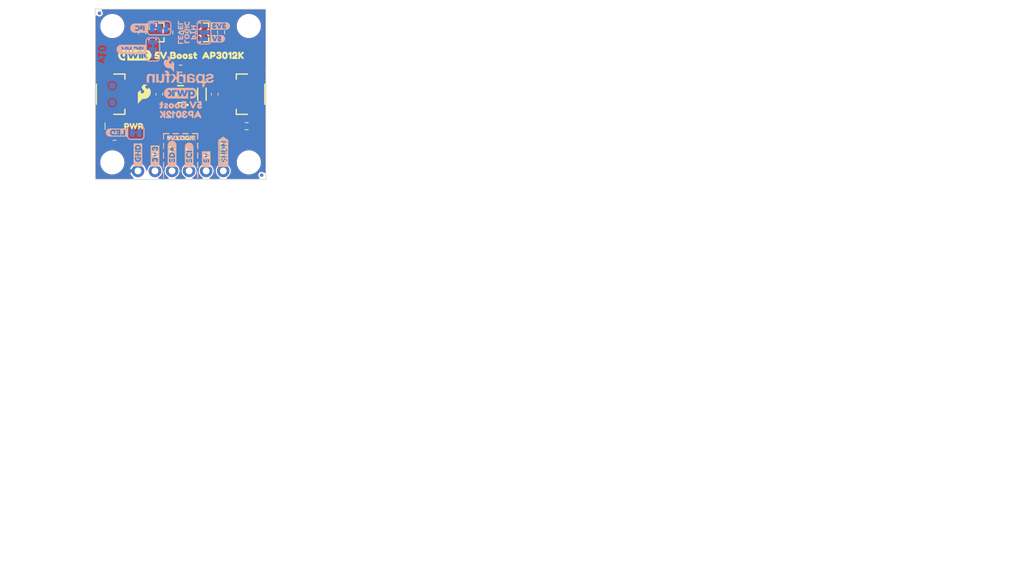
<source format=kicad_pcb>
(kicad_pcb (version 20241229) (generator "pcbnew") (generator_version "9.0")
  (title_block (title "SparkFun Qwiic 5V Boost - AP3012K") (date "2025-02-27") (rev "v10") (company "SparkFun Electronics") (comment 1 "SparkX Qwiic Boost by N. Seidle") (comment 2 "Based off the Indoor Air Quality Combo and the") (comment 3 "Designed by: P. Lewis"))
  (layers (0 "F.Cu" signal) (2 "B.Cu" signal) (13 "F.Paste" user) (15 "B.Paste" user) (5 "F.SilkS" user "F.Silkscreen") (7 "B.SilkS" user "B.Silkscreen") (1 "F.Mask" user) (3 "B.Mask" user) (25 "Edge.Cuts" user))
  (net 0 "")
  (net 1 "3.3V")
  (net 2 "GND")
  (net 3 "5V")
  (net 4 "Net-(D1-A)")
  (net 5 "SDA")
  (net 6 "SCL")
  (net 11 "Net-(JP1-A)")
  (net 12 "Net-(JP2-A)")
  (net 13 "~{SHDN}")
  (net 14 "Net-(JP2-C)")
  (net 15 "HV_SCL")
  (net 16 "HV_SDA")
  (net 17 "VCC")
  (net 18 "Net-(U5-FB)")
  (net 19 "Net-(JP4-C)")
  (net 20 "Net-(JP4-A)")
  (net 21 "Net-(D2-A)")
  (footprint "SparkFun-Semiconductor-Standard:SOT23-5" (layer "F.Cu") (at 135.966 98.106 180)
    (property "Reference" "U5")
    (property "Value" "AP3012")
    (pad "1" smd rect (at -1.3001 -0.95 90) (size 0.55 1.2) (layers "F.Cu" "F.Mask" "F.Paste") (net 21 "Net-(D2-A)"))
    (pad "2" smd rect (at -1.3001 0 90) (size 0.55 1.2) (layers "F.Cu" "F.Mask" "F.Paste") (net 2 "GND"))
    (pad "3" smd rect (at -1.3001 0.95 90) (size 0.55 1.2) (layers "F.Cu" "F.Mask" "F.Paste") (net 18 "Net-(U5-FB)"))
    (pad "4" smd rect (at 1.3001 0.95 90) (size 0.55 1.2) (layers "F.Cu" "F.Mask" "F.Paste") (net 13 "~{SHDN}"))
    (pad "5" smd rect (at 1.3001 -0.95 90) (size 0.55 1.2) (layers "F.Cu" "F.Mask" "F.Paste") (net 1 "3.3V"))
  )
  (footprint "SparkFun-LED:LED_0603_1608Metric_Red" (layer "F.Cu") (at 126.1235 102.8685)
    (property "Reference" "D1")
    (property "Value" "Red")
    (pad "1" smd roundrect (at -0.7875 0) (size 0.875 0.95) (layers "F.Cu" "F.Mask" "F.Paste") (net 2 "GND"))
    (pad "2" smd roundrect (at 0.7875 0) (size 0.875 0.95) (layers "F.Cu" "F.Mask" "F.Paste") (net 4 "Net-(D1-A)"))
  )
  (footprint "SparkFun-Aesthetic:Fiducial_0.5mm_Mask1mm" (layer "F.Cu") (at 123.901 86.041)
    (property "Reference" "FID3")
    (property "Value" "Fiducial_0.5mm")
    (pad "" smd circle (at 0 0) (size 0.5 0.5) (layers "F.Cu" "F.Mask") (clearance 0.25))
  )
  (footprint "kibuzzard-67BF7CAB" (layer "F.Cu") (at 132.156 107.3135 90)
    (property "Reference" "kibuzzard-67BF7CAB" (hide yes))
    (property "Value" "G***" (hide yes))
  )
  (footprint "SparkFun-Connector:1x06" (layer "F.Cu") (at 129.616 109.536)
    (property "Reference" "J3")
    (property "Value" "Conn_01x06")
    (pad "1" thru_hole circle (at 0 0 90) (size 1.8796 1.8796) (drill 1.016) (layers "*.Cu" "*.Mask") (net 2 "GND") (thermal_bridge_width 0.5))
    (pad "2" thru_hole circle (at 2.54 0 90) (size 1.8796 1.8796) (drill 1.016) (layers "*.Cu" "*.Mask") (net 1 "3.3V") (thermal_bridge_width 0.4) (thermal_gap 0.08))
    (pad "3" thru_hole circle (at 5.08 0 90) (size 1.8796 1.8796) (drill 1.016) (layers "*.Cu" "*.Mask") (net 16 "HV_SDA"))
    (pad "4" thru_hole circle (at 7.62 0 90) (size 1.8796 1.8796) (drill 1.016) (layers "*.Cu" "*.Mask") (net 15 "HV_SCL"))
    (pad "5" thru_hole circle (at 10.16 0 90) (size 1.8796 1.8796) (drill 1.016) (layers "*.Cu" "*.Mask") (net 3 "5V") (thermal_bridge_width 0.4) (thermal_gap 0.08))
    (pad "6" thru_hole circle (at 12.7 0 90) (size 1.8796 1.8796) (drill 1.016) (layers "*.Cu" "*.Mask") (net 13 "~{SHDN}"))
  )
  (footprint "kibuzzard-67A51507" (layer "F.Cu") (at 135.270114 92.321345)
    (property "Reference" "kibuzzard-67A51507" (hide yes))
    (property "Value" "G***" (hide yes))
  )
  (footprint "SparkFun-Aesthetic:qwiic_5mm" (layer "F.Cu") (at 129.156114 92.292213)
    (property "Reference" "G***" (hide yes))
    (property "Value" "LOGO" (hide yes))
  )
  (footprint "SparkFun-Connector:JST_SMD_1.0mm-4_RA" (layer "F.Cu") (at 143.9035 98.106 90)
    (property "Reference" "J1")
    (property "Value" "Qwiic_RA")
    (pad "1" smd rect (at -1.5 0 90) (size 0.6 1.35) (layers "F.Cu" "F.Mask" "F.Paste") (net 2 "GND"))
    (pad "2" smd rect (at -0.5 0 90) (size 0.6 1.35) (layers "F.Cu" "F.Mask" "F.Paste") (net 1 "3.3V"))
    (pad "3" smd rect (at 0.5 0 90) (size 0.6 1.35) (layers "F.Cu" "F.Mask" "F.Paste") (net 5 "SDA"))
    (pad "4" smd rect (at 1.5 0 90) (size 0.6 1.35) (layers "F.Cu" "F.Mask" "F.Paste") (net 6 "SCL"))
    (pad "NC1" smd rect (at 2.8 3.675 90) (size 1.2 2) (layers "F.Cu" "F.Mask" "F.Paste"))
    (pad "NC2" smd rect (at -2.8 3.675 90) (size 1.2 2) (layers "F.Cu" "F.Mask" "F.Paste"))
  )
  (footprint "kibuzzard-67BF7D12" (layer "F.Cu") (at 137.236 107.15475 90)
    (property "Reference" "kibuzzard-67BF7D12" (hide yes))
    (property "Value" "G***" (hide yes))
  )
  (footprint "SparkFun-Hardware:Standoff" (layer "F.Cu") (at 146.126 108.266)
    (property "Reference" "ST3")
    (property "Value" "Standoff")
    (pad "" np_thru_hole circle (at 0 0) (size 3.1 3.1) (drill 3.1) (layers "*.Cu" "*.Mask"))
  )
  (footprint "SparkFun-Capacitor:C_0603_1608Metric" (layer "F.Cu") (at 132.791 98.106 90)
    (property "Reference" "C1")
    (property "Value" "1.0uF")
    (pad "1" smd roundrect (at -0.775 0 90) (size 0.9 0.95) (layers "F.Cu" "F.Mask" "F.Paste") (net 1 "3.3V"))
    (pad "2" smd roundrect (at 0.775 0 90) (size 0.9 0.95) (layers "F.Cu" "F.Mask" "F.Paste") (net 2 "GND"))
  )
  (footprint "SparkFun-Aesthetic:Fiducial_0.5mm_Mask1mm" (layer "F.Cu") (at 148.031 110.171)
    (property "Reference" "FID4")
    (property "Value" "Fiducial_0.5mm")
    (pad "" smd circle (at 0 0) (size 0.5 0.5) (layers "F.Cu" "F.Mask") (clearance 0.25))
  )
  (footprint "SparkFun-Resistor:R_0603_1608Metric" (layer "F.Cu") (at 145.8085 102.8685 180)
    (property "Reference" "R6")
    (property "Value" "100k")
    (pad "1" smd roundrect (at -0.825 0 180) (size 0.8 0.95) (layers "F.Cu" "F.Mask" "F.Paste") (net 13 "~{SHDN}"))
    (pad "2" smd roundrect (at 0.825 0 180) (size 0.8 0.95) (layers "F.Cu" "F.Mask" "F.Paste") (net 1 "3.3V"))
  )
  (footprint "SparkFun-Connector:JST_SMD_1.0mm-4_RA" (layer "F.Cu") (at 128.0285 98.106 -90)
    (property "Reference" "J2")
    (property "Value" "Qwiic_RA")
    (pad "1" smd rect (at -1.5 0 270) (size 0.6 1.35) (layers "F.Cu" "F.Mask" "F.Paste") (net 2 "GND"))
    (pad "2" smd rect (at -0.5 0 270) (size 0.6 1.35) (layers "F.Cu" "F.Mask" "F.Paste") (net 1 "3.3V"))
    (pad "3" smd rect (at 0.5 0 270) (size 0.6 1.35) (layers "F.Cu" "F.Mask" "F.Paste") (net 5 "SDA"))
    (pad "4" smd rect (at 1.5 0 270) (size 0.6 1.35) (layers "F.Cu" "F.Mask" "F.Paste") (net 6 "SCL"))
    (pad "NC1" smd rect (at 2.8 3.675 270) (size 1.2 2) (layers "F.Cu" "F.Mask" "F.Paste"))
    (pad "NC2" smd rect (at -2.8 3.675 270) (size 1.2 2) (layers "F.Cu" "F.Mask" "F.Paste"))
  )
  (footprint "kibuzzard-67BF7D85" (layer "F.Cu") (at 142.316 106.6785 90)
    (property "Reference" "kibuzzard-67BF7D85" (hide yes))
    (property "Value" "G***" (hide yes))
  )
  (footprint "SparkFun-Semiconductor-Standard:SOT23-3" (layer "F.Cu") (at 139.4585 88.8985)
    (property "Reference" "Q1")
    (property "Value" "BSS138")
    (pad "1" smd rect (at -1 -0.95 270) (size 0.8 0.9) (layers "F.Cu" "F.Mask" "F.Paste") (net 1 "3.3V"))
    (pad "2" smd rect (at -1 0.95 270) (size 0.8 0.9) (layers "F.Cu" "F.Mask" "F.Paste") (net 6 "SCL"))
    (pad "3" smd rect (at 1.1 0 270) (size 0.8 0.9) (layers "F.Cu" "F.Mask" "F.Paste") (net 15 "HV_SCL"))
  )
  (footprint "SparkFun-Resistor:R_0603_1608Metric" (layer "F.Cu") (at 136.9185 88.8985 -90)
    (property "Reference" "R5")
    (property "Value" "2.2k")
    (pad "1" smd roundrect (at -0.825 0 270) (size 0.8 0.95) (layers "F.Cu" "F.Mask" "F.Paste") (net 12 "Net-(JP2-A)"))
    (pad "2" smd roundrect (at 0.825 0 270) (size 0.8 0.95) (layers "F.Cu" "F.Mask" "F.Paste") (net 6 "SCL"))
  )
  (footprint "SparkFun-Resistor:R_0603_1608Metric" (layer "F.Cu") (at 135.966 95.8835 180)
    (property "Reference" "R2")
    (property "Value" "33k")
    (pad "1" smd roundrect (at -0.825 0 180) (size 0.8 0.95) (layers "F.Cu" "F.Mask" "F.Paste") (net 18 "Net-(U5-FB)"))
    (pad "2" smd roundrect (at 0.825 0 180) (size 0.8 0.95) (layers "F.Cu" "F.Mask" "F.Paste") (net 2 "GND"))
  )
  (footprint "kibuzzard-67BF7C99" (layer "F.Cu") (at 129.616 107.15475 90)
    (property "Reference" "kibuzzard-67BF7C99" (hide yes))
    (property "Value" "G***" (hide yes))
  )
  (footprint "kibuzzard-67BF5EEE" (layer "F.Cu") (at 134.53725 104.61475)
    (property "Reference" "kibuzzard-67BF5EEE" (hide yes))
    (property "Value" "G***" (hide yes))
  )
  (footprint "kibuzzard-65A8A8B4" (layer "F.Cu") (at 128.981 102.8685)
    (property "Reference" "kibuzzard-65A8A8B4" (hide yes))
    (property "Value" "G***" (hide yes))
  )
  (footprint "SparkFun-Resistor:R_0603_1608Metric" (layer "F.Cu") (at 126.1235 104.456)
    (property "Reference" "R3")
    (property "Value" "4.7k")
    (pad "1" smd roundrect (at -0.825 0) (size 0.8 0.95) (layers "F.Cu" "F.Mask" "F.Paste") (net 4 "Net-(D1-A)"))
    (pad "2" smd roundrect (at 0.825 0) (size 0.8 0.95) (layers "F.Cu" "F.Mask" "F.Paste") (net 11 "Net-(JP1-A)"))
  )
  (footprint "SparkFun-Resistor:R_0603_1608Metric" (layer "F.Cu") (at 130.251 88.8985 90)
    (property "Reference" "R4")
    (property "Value" "2.2k")
    (pad "1" smd roundrect (at -0.825 0 90) (size 0.8 0.95) (layers "F.Cu" "F.Mask" "F.Paste") (net 5 "SDA"))
    (pad "2" smd roundrect (at 0.825 0 90) (size 0.8 0.95) (layers "F.Cu" "F.Mask" "F.Paste") (net 14 "Net-(JP2-C)"))
  )
  (footprint "SparkFun-Aesthetic:SparkFun_Flame_3mm" (layer "F.Cu") (at 130.5685 98.106)
    (property "Reference" "G***" (hide yes))
    (property "Value" "Flame" (hide yes))
  )
  (footprint "SparkFun-Capacitor:C_0805_2012Metric" (layer "F.Cu") (at 135.966 100.646)
    (property "Reference" "L1")
    (property "Value" "10uH")
    (pad "1" smd roundrect (at -0.95 0) (size 1 1.45) (layers "F.Cu" "F.Mask" "F.Paste") (net 1 "3.3V"))
    (pad "2" smd roundrect (at 0.95 0) (size 1 1.45) (layers "F.Cu" "F.Mask" "F.Paste") (net 21 "Net-(D2-A)"))
  )
  (footprint "kibuzzard-67BF7CFE" (layer "F.Cu") (at 134.696 106.996 90)
    (property "Reference" "kibuzzard-67BF7CFE" (hide yes))
    (property "Value" "G***" (hide yes))
  )
  (footprint "SparkFun-Resistor:R_0603_1608Metric" (layer "F.Cu") (at 135.966 94.296)
    (property "Reference" "R1")
    (property "Value" "100k")
    (pad "1" smd roundrect (at -0.825 0) (size 0.8 0.95) (layers "F.Cu" "F.Mask" "F.Paste") (net 18 "Net-(U5-FB)"))
    (pad "2" smd roundrect (at 0.825 0) (size 0.8 0.95) (layers "F.Cu" "F.Mask" "F.Paste") (net 3 "5V"))
  )
  (footprint "SparkFun-Aesthetic:Creative_Commons_License" (layer "F.Cu") (at 214.63 168.91)
    (property "Reference" "G4" (hide yes))
    (property "Value" "OSHW_Logo" (hide yes))
  )
  (footprint "SparkFun-Hardware:Standoff" (layer "F.Cu") (at 146.126 87.946)
    (property "Reference" "ST2")
    (property "Value" "Standoff")
    (pad "" np_thru_hole circle (at 0 0) (size 3.1 3.1) (drill 3.1) (layers "*.Cu" "*.Mask"))
  )
  (footprint "kibuzzard-67BF7D5E" (layer "F.Cu") (at 139.776 107.78975 90)
    (property "Reference" "kibuzzard-67BF7D5E" (hide yes))
    (property "Value" "G***" (hide yes))
  )
  (footprint "SparkFun-Hardware:Standoff" (layer "F.Cu") (at 125.806 87.946)
    (property "Reference" "ST1")
    (property "Value" "Standoff")
    (pad "" np_thru_hole circle (at 0 0) (size 3.1 3.1) (drill 3.1) (layers "*.Cu" "*.Mask"))
  )
  (footprint "SparkFun-Resistor:R_0603_1608Metric" (layer "F.Cu") (at 141.9985 88.8985 90)
    (property "Reference" "R8")
    (property "Value" "2.2k")
    (pad "1" smd roundrect (at -0.825 0 90) (size 0.8 0.95) (layers "F.Cu" "F.Mask" "F.Paste") (net 19 "Net-(JP4-C)"))
    (pad "2" smd roundrect (at 0.825 0 90) (size 0.8 0.95) (layers "F.Cu" "F.Mask" "F.Paste") (net 15 "HV_SCL"))
  )
  (footprint "SparkFun-Semiconductor-Standard:SOD-323" (layer "F.Cu") (at 139.141 98.106 -90)
    (property "Reference" "D2")
    (property "Value" "PMEG4005EJ")
    (pad "1" smd rect (at -1.15 0 270) (size 0.63 0.83) (layers "F.Cu" "F.Mask" "F.Paste") (net 3 "5V"))
    (pad "2" smd rect (at 1.15 0 270) (size 0.63 0.83) (layers "F.Cu" "F.Mask" "F.Paste") (net 21 "Net-(D2-A)"))
  )
  (footprint "SparkFun-Resistor:R_0603_1608Metric" (layer "F.Cu") (at 135.331 88.8985 90)
    (property "Reference" "R7")
    (property "Value" "2.2k")
    (pad "1" smd roundrect (at -0.825 0 90) (size 0.8 0.95) (layers "F.Cu" "F.Mask" "F.Paste") (net 20 "Net-(JP4-A)"))
    (pad "2" smd roundrect (at 0.825 0 90) (size 0.8 0.95) (layers "F.Cu" "F.Mask" "F.Paste") (net 16 "HV_SDA"))
  )
  (footprint "kibuzzard-67BF5EF7" (layer "F.Cu") (at 136.75975 104.61475)
    (property "Reference" "kibuzzard-67BF5EF7" (hide yes))
    (property "Value" "G***" (hide yes))
  )
  (footprint "SparkFun-Capacitor:C_0603_1608Metric" (layer "F.Cu") (at 141.046 98.106 -90)
    (property "Reference" "C2")
    (property "Value" "1.0uF")
    (pad "1" smd roundrect (at -0.775 0 270) (size 0.9 0.95) (layers "F.Cu" "F.Mask" "F.Paste") (net 3 "5V"))
    (pad "2" smd roundrect (at 0.775 0 270) (size 0.9 0.95) (layers "F.Cu" "F.Mask" "F.Paste") (net 2 "GND"))
  )
  (footprint "SparkFun-Semiconductor-Standard:SOT23-3" (layer "F.Cu") (at 132.791 88.8985)
    (property "Reference" "Q2")
    (property "Value" "BSS138")
    (pad "1" smd rect (at -1 -0.95 270) (size 0.8 0.9) (layers "F.Cu" "F.Mask" "F.Paste") (net 1 "3.3V"))
    (pad "2" smd rect (at -1 0.95 270) (size 0.8 0.9) (layers "F.Cu" "F.Mask" "F.Paste") (net 5 "SDA"))
    (pad "3" smd rect (at 1.1 0 270) (size 0.8 0.9) (layers "F.Cu" "F.Mask" "F.Paste") (net 16 "HV_SDA"))
  )
  (footprint "kibuzzard-67A51CFE" (layer "F.Cu") (at 142.278 92.321)
    (property "Reference" "kibuzzard-67A51CFE" (hide yes))
    (property "Value" "G***" (hide yes))
  )
  (footprint "SparkFun-Hardware:Standoff" (layer "F.Cu") (at 125.806 108.266)
    (property "Reference" "ST4")
    (property "Value" "Standoff")
    (pad "" np_thru_hole circle (at 0 0) (size 3.1 3.1) (drill 3.1) (layers "*.Cu" "*.Mask"))
  )
  (footprint "kibuzzard-67BF5EF7" (layer "B.Cu") (at 135.331 104.61475 180)
    (property "Reference" "kibuzzard-67BF5EF7" (hide yes))
    (property "Value" "G***" (hide yes))
  )
  (footprint "kibuzzard-67A51CFE" (layer "B.Cu") (at 135.966 101.12225 180)
    (property "Reference" "kibuzzard-67A51CFE" (hide yes))
    (property "Value" "G***" (hide yes))
  )
  (footprint "SparkFun-Connector:TestPoint-1.0mm" (layer "B.Cu") (at 125.806 99.376 180)
    (property "Reference" "TP2")
    (property "Value" "1.0mm")
    (pad "1" smd roundrect (at 0 0 180) (size 1.016 1.016) (layers "B.Cu" "B.Mask") (roundrect_rratio 0.5) (net 6 "SCL"))
  )
  (footprint "SparkFun-Jumper:Jumper_3_NC-2_Trace" (layer "B.Cu") (at 132.791 88.2635 180)
    (property "Reference" "JP2")
    (property "Value" "I2C")
    (fp_poly (pts (xy 0.262 0.173) (xy 0.762 0.173) (xy 0.762 -0.127) (xy 0.262 -0.127)) (fill yes) (layer "B.Cu"))
    (fp_poly (pts (xy -0.7707 0.15) (xy -0.2707 0.15) (xy -0.2707 -0.15) (xy -0.7707 -0.15)) (fill yes) (layer "B.Cu"))
    (pad "1" smd rect (at -1.0414 0 180) (size 0.6604 1.27) (layers "B.Cu" "B.Mask") (net 12 "Net-(JP2-A)"))
    (pad "2" smd rect (at 0 0 180) (size 0.6604 1.27) (layers "B.Cu" "B.Mask") (net 1 "3.3V"))
    (pad "3" smd rect (at 1.0414 0) (size 0.6604 1.27) (layers "B.Cu" "B.Mask") (net 14 "Net-(JP2-C)"))
  )
  (footprint "kibuzzard-67D9D9A8" (layer "B.Cu") (at 141.904 87.946 180)
    (property "Reference" "kibuzzard-67D9D9A8" (hide yes))
    (property "Value" "G***" (hide yes))
  )
  (footprint "kibuzzard-67BF7ED9" (layer "B.Cu") (at 132.156 107.3135 90)
    (property "Reference" "kibuzzard-67BF7ED9" (hide yes))
    (property "Value" "G***" (hide yes))
  )
  (footprint "kibuzzard-67AB7F1B" (layer "B.Cu") (at 137.871 88.8985 90)
    (property "Reference" "kibuzzard-67AB7F1B" (hide yes))
    (property "Value" "G***" (hide yes))
  )
  (footprint "SparkFun-Jumper:Jumper_2_NC_Trace" (layer "B.Cu") (at 129.2985 103.821)
    (property "Reference" "JP1")
    (property "Value" "LED")
    (fp_poly (pts (xy -0.25 0.15) (xy 0.25 0.15) (xy 0.25 -0.15) (xy -0.25 -0.15)) (fill yes) (layer "B.Cu"))
    (pad "1" smd rect (at -0.5207 0) (size 0.6604 1.27) (layers "B.Cu" "B.Mask") (net 11 "Net-(JP1-A)"))
    (pad "2" smd rect (at 0.5207 0) (size 0.6604 1.27) (layers "B.Cu" "B.Mask") (net 1 "3.3V"))
  )
  (footprint "SparkFun-Aesthetic:Fiducial_0.5mm_Mask1mm" (layer "B.Cu") (at 123.901 86.041 180)
    (property "Reference" "FID2")
    (property "Value" "Fiducial_0.5mm")
    (pad "" smd circle (at 0 0 180) (size 0.5 0.5) (layers "B.Cu" "B.Mask") (clearance 0.25))
  )
  (footprint "kibuzzard-67BF7F13" (layer "B.Cu") (at 134.696 106.996 90)
    (property "Reference" "kibuzzard-67BF7F13" (hide yes))
    (property "Value" "G***" (hide yes))
  )
  (footprint "SparkFun-Aesthetic:Fiducial_0.5mm_Mask1mm" (layer "B.Cu") (at 148.031 110.171 180)
    (property "Reference" "FID1")
    (property "Value" "Fiducial_0.5mm")
    (pad "" smd circle (at 0 0 180) (size 0.5 0.5) (layers "B.Cu" "B.Mask") (clearance 0.25))
  )
  (footprint "kibuzzard-67BF7F2F" (layer "B.Cu") (at 137.236 107.15475 90)
    (property "Reference" "kibuzzard-67BF7F2F" (hide yes))
    (property "Value" "G***" (hide yes))
  )
  (footprint "kibuzzard-67BF7F4D" (layer "B.Cu") (at 139.776 107.78975 90)
    (property "Reference" "kibuzzard-67BF7F4D" (hide yes))
    (property "Value" "G***" (hide yes))
  )
  (footprint "SparkFun-Aesthetic:SparkFun_Logo_10mm" (layer "B.Cu") (at 135.966 95.72475 180)
    (property "Reference" "G***" (hide yes))
    (property "Value" "LOGO" (hide yes))
  )
  (footprint "kibuzzard-67AB7F2D" (layer "B.Cu") (at 135.966 88.8985 90)
    (property "Reference" "kibuzzard-67AB7F2D" (hide yes))
    (property "Value" "G***" (hide yes))
  )
  (footprint "SparkFun-Jumper:Jumper_3_NC-2_Trace" (layer "B.Cu") (at 131.8385 91.4385 -90)
    (property "Reference" "JP4")
    (property "Value" "I2C HV")
    (fp_poly (pts (xy 0.262 0.173) (xy 0.762 0.173) (xy 0.762 -0.127) (xy 0.262 -0.127)) (fill yes) (layer "B.Cu"))
    (fp_poly (pts (xy -0.7707 0.15) (xy -0.2707 0.15) (xy -0.2707 -0.15) (xy -0.7707 -0.15)) (fill yes) (layer "B.Cu"))
    (pad "1" smd rect (at -1.0414 0 270) (size 0.6604 1.27) (layers "B.Cu" "B.Mask") (net 20 "Net-(JP4-A)"))
    (pad "2" smd rect (at 0 0 270) (size 0.6604 1.27) (layers "B.Cu" "B.Mask") (net 17 "VCC"))
    (pad "3" smd rect (at 1.0414 0 90) (size 0.6604 1.27) (layers "B.Cu" "B.Mask") (net 19 "Net-(JP4-C)"))
  )
  (footprint "kibuzzard-67A51B2D" (layer "B.Cu") (at 136.9185 88.8985 90)
    (property "Reference" "kibuzzard-67A51B2D" (hide yes))
    (property "Value" "G***" (hide yes))
  )
  (footprint "kibuzzard-67BF7EBF" (layer "B.Cu") (at 129.616 107.15475 90)
    (property "Reference" "kibuzzard-67BF7EBF" (hide yes))
    (property "Value" "G***" (hide yes))
  )
  (footprint "kibuzzard-67D9D97F" (layer "B.Cu") (at 129.77475 88.2635 180)
    (property "Reference" "kibuzzard-67D9D97F" (hide yes))
    (property "Value" "G***" (hide yes))
  )
  (footprint "SparkFun-Jumper:Jumper_3_NC-1_Trace" (layer "B.Cu") (at 139.4585 88.8985 90)
    (property "Reference" "JP3")
    (property "Value" "LOGIC")
    (fp_poly (pts (xy -0.7707 0.15) (xy -0.2707 0.15) (xy -0.2707 -0.15) (xy -0.7707 -0.15)) (fill yes) (layer "B.Cu"))
    (pad "1" smd rect (at -1.0414 0 90) (size 0.6604 1.27) (layers "B.Cu" "B.Mask") (net 3 "5V"))
    (pad "2" smd rect (at 0 0 90) (size 0.6604 1.27) (layers "B.Cu" "B.Mask") (net 17 "VCC"))
    (pad "3" smd rect (at 1.0414 0 270) (size 0.6604 1.27) (layers "B.Cu" "B.Mask") (net 1 "3.3V"))
  )
  (footprint "kibuzzard-67D9D996" (layer "B.Cu") (at 128.6635 91.4385 180)
    (property "Reference" "kibuzzard-67D9D996" (hide yes))
    (property "Value" "G***" (hide yes))
  )
  (footprint "kibuzzard-67BF7F7D" (layer "B.Cu") (at 142.316 106.6785 90)
    (property "Reference" "kibuzzard-67BF7F7D" (hide yes))
    (property "Value" "G***" (hide yes))
  )
  (footprint "SparkFun-Connector:TestPoint-1.0mm" (layer "B.Cu") (at 125.806 96.836 180)
    (property "Reference" "TP1")
    (property "Value" "1.0mm")
    (pad "1" smd roundrect (at 0 0 180) (size 1.016 1.016) (layers "B.Cu" "B.Mask") (roundrect_rratio 0.5) (net 5 "SDA"))
  )
  (footprint "kibuzzard-67A51507" (layer "B.Cu") (at 135.966 99.6935 180)
    (property "Reference" "kibuzzard-67A51507" (hide yes))
    (property "Value" "G***" (hide yes))
  )
  (footprint "kibuzzard-67D9D9B3" (layer "B.Cu") (at 141.52225 89.851 180)
    (property "Reference" "kibuzzard-67D9D9B3" (hide yes))
    (property "Value" "G***" (hide yes))
  )
  (footprint "kibuzzard-67BF5EEE" (layer "B.Cu") (at 137.5535 104.61475 180)
    (property "Reference" "kibuzzard-67BF5EEE" (hide yes))
    (property "Value" "G***" (hide yes))
  )
  (footprint "kibuzzard-67D9E7C1" (layer "B.Cu") (at 126.441 103.821 180)
    (property "Reference" "kibuzzard-67D9E7C1" (hide yes))
    (property "Value" "G***" (hide yes))
  )
  (footprint "SparkFun-Aesthetic:qwiic_5mm" (layer "B.Cu") (at 135.966 97.94725 180)
    (property "Reference" "G***" (hide yes))
    (property "Value" "LOGO" (hide yes))
  )
  (gr_line (start 136.2835 103.97975) (end 137.07725 103.97975) (stroke (width 0.15)) (layer "F.SilkS"))
  (gr_line (start 133.426 110.567875) (end 133.426 109.774125) (stroke (width 0.15)) (layer "F.SilkS"))
  (gr_line (start 133.426 104.7735) (end 133.426 103.97975) (stroke (width 0.15)) (layer "F.SilkS"))
  (gr_line (start 133.426 106.20225) (end 133.426 105.4085) (stroke (width 0.15)) (layer "F.SilkS"))
  (gr_line (start 133.426 107.631) (end 133.426 106.83725) (stroke (width 0.15)) (layer "F.SilkS"))
  (gr_line (start 138.506 110.567875) (end 138.506 109.774125) (stroke (width 0.15)) (layer "F.SilkS"))
  (gr_line (start 137.71225 103.97975) (end 138.506 103.97975) (stroke (width 0.15)) (layer "F.SilkS"))
  (gr_line (start 138.506 104.7735) (end 138.506 103.97975) (stroke (width 0.15)) (layer "F.SilkS"))
  (gr_line (start 133.426 103.97975) (end 134.21975 103.97975) (stroke (width 0.15)) (layer "F.SilkS"))
  (gr_line (start 134.85475 103.97975) (end 135.6485 103.97975) (stroke (width 0.15)) (layer "F.SilkS"))
  (gr_line (start 138.506 106.20225) (end 138.506 105.4085) (stroke (width 0.15)) (layer "F.SilkS"))
  (gr_line (start 133.426 109.05975) (end 133.426 108.266) (stroke (width 0.15)) (layer "F.SilkS"))
  (gr_line (start 138.506 107.631) (end 138.506 106.83725) (stroke (width 0.15)) (layer "F.SilkS"))
  (gr_line (start 138.506 109.05975) (end 138.506 108.266) (stroke (width 0.15)) (layer "F.SilkS"))
  (gr_line (start 133.426 107.631) (end 133.426 106.83725) (stroke (width 0.15)) (layer "B.SilkS"))
  (gr_line (start 133.426 103.97975) (end 134.21975 103.97975) (stroke (width 0.15)) (layer "B.SilkS"))
  (gr_line (start 133.426 106.20225) (end 133.426 105.4085) (stroke (width 0.15)) (layer "B.SilkS"))
  (gr_line (start 134.85475 103.97975) (end 135.6485 103.97975) (stroke (width 0.15)) (layer "B.SilkS"))
  (gr_line (start 138.506 104.7735) (end 138.506 103.97975) (stroke (width 0.15)) (layer "B.SilkS"))
  (gr_line (start 133.426 110.567875) (end 133.426 109.774125) (stroke (width 0.15)) (layer "B.SilkS"))
  (gr_line (start 138.506 109.05975) (end 138.506 108.266) (stroke (width 0.15)) (layer "B.SilkS"))
  (gr_line (start 137.71225 103.97975) (end 138.506 103.97975) (stroke (width 0.15)) (layer "B.SilkS"))
  (gr_line (start 138.506 106.20225) (end 138.506 105.4085) (stroke (width 0.15)) (layer "B.SilkS"))
  (gr_line (start 138.506 107.631) (end 138.506 106.83725) (stroke (width 0.15)) (layer "B.SilkS"))
  (gr_line (start 133.426 104.7735) (end 133.426 103.97975) (stroke (width 0.15)) (layer "B.SilkS"))
  (gr_line (start 133.426 109.05975) (end 133.426 108.266) (stroke (width 0.15)) (layer "B.SilkS"))
  (gr_line (start 136.2835 103.97975) (end 137.07725 103.97975) (stroke (width 0.15)) (layer "B.SilkS"))
  (gr_line (start 138.506 110.567875) (end 138.506 109.774125) (stroke (width 0.15)) (layer "B.SilkS"))
  (gr_rect (start 123.266 85.406) (end 148.666 110.806) (stroke (width 0.1)) (fill no) (layer "Edge.Cuts"))
  (gr_text "v10" (at 124.264 92.147 -90) (layer "B.Cu" knockout) (effects (font (size 1.016 1.016) (thickness 0.254) (bold yes)) (justify mirror)))
  (zone (net 2) (net_name "GND") (layers "F.Cu" "B.Cu") (connect_pads (clearance 0.1778)) (min_thickness 0.25) (fill yes (thermal_gap 0.254) (thermal_bridge_width 0.4064))
    (polygon (pts (xy 123.266 110.806) (xy 123.266 85.406) (xy 148.666 85.406) (xy 148.666 110.806)))
  )
)
</source>
